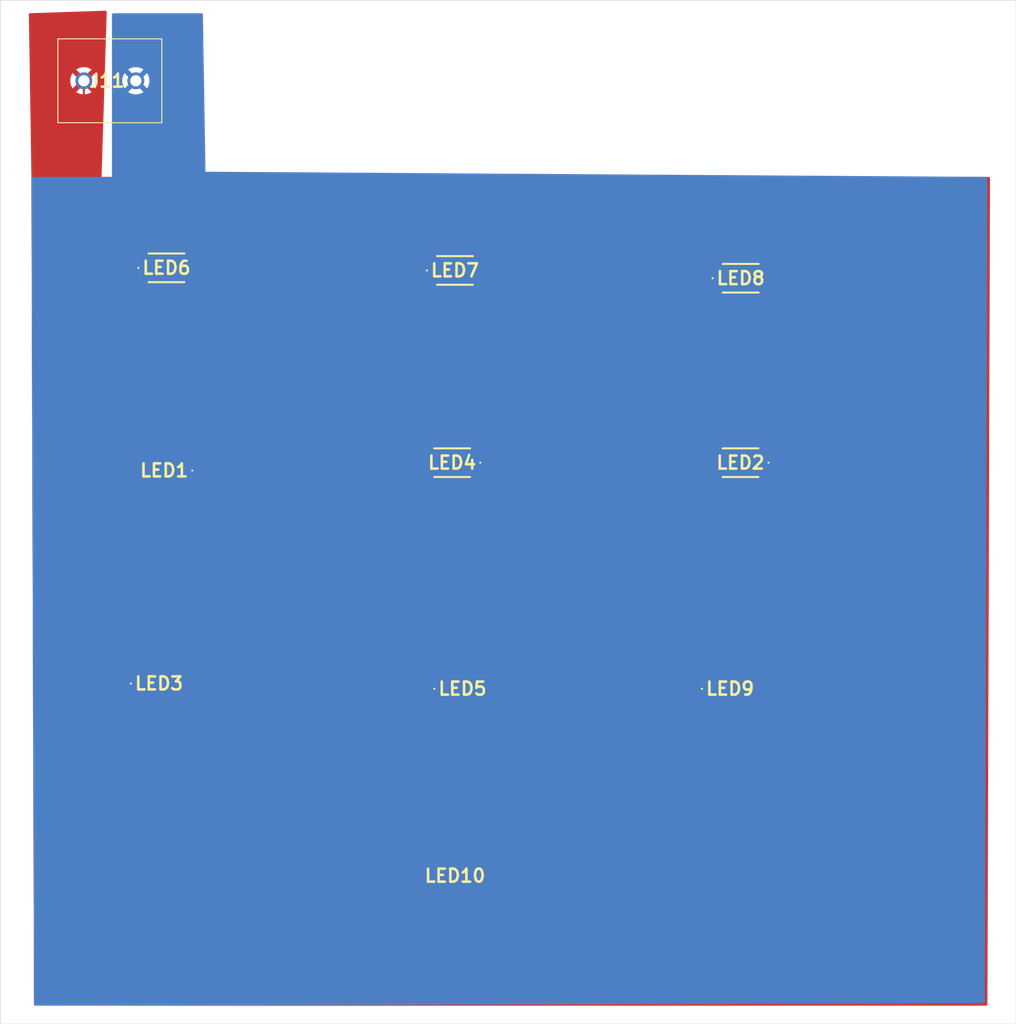
<source format=kicad_pcb>
(kicad_pcb (version 20241229) (generator "pcbnew") (generator_version "9.0")
  (layers (0 "F.Cu" signal) (2 "B.Cu" signal) (13 "F.Paste" user) (15 "B.Paste" user) (5 "F.SilkS" user "F.Silkscreen") (7 "B.SilkS" user "B.Silkscreen") (1 "F.Mask" user) (3 "B.Mask" user) (25 "Edge.Cuts" user))
  (net 0 "")
  (net 1 "LED-")
  (net 2 "LEDS")
  (net 3 "Net-(LED1-A)")
  (net 4 "Net-(LED1-K)")
  (net 5 "Net-(LED2-K)")
  (net 6 "Net-(LED2-A)")
  (net 7 "Net-(LED3-K)")
  (net 8 "Net-(LED5-K)")
  (net 9 "Net-(LED6-K)")
  (net 10 "Net-(LED7-K)")
  (net 11 "Net-(LED10-A)")
  (net 12 "GND")
  (footprint "SamacSys_Parts:2828372" (layer "F.Cu") (at 110.536 58.928)
    (property "Reference" "J11" (at 2.24 0 0) (layer "F.SilkS") (effects (font (size 1.27 1.27) (thickness 0.254))))
    (property "Value" "LED Connector" (hide yes))
    (fp_line (start -2.54 -4.1) (end 7.62 -4.1) (stroke (width 0.1)) (layer "F.SilkS"))
    (fp_line (start -2.54 4.1) (end -2.54 -4.1) (stroke (width 0.1)) (layer "F.SilkS"))
    (fp_line (start 7.62 -4.1) (end 7.62 4.1) (stroke (width 0.1)) (layer "F.SilkS"))
    (fp_line (start 7.62 4.1) (end -2.54 4.1) (stroke (width 0.1)) (layer "F.SilkS"))
    (pad "1" thru_hole circle (at 0 0) (size 1.65 1.65) (drill 1.1) (layers "*.Cu" "*.Mask") (net 2 "LEDS"))
    (pad "2" thru_hole circle (at 5.08 0) (size 1.65 1.65) (drill 1.1) (layers "*.Cu" "*.Mask") (net 1 "LED-"))
  )
  (footprint "SamacSys_Parts:ASMWL300AFH0E" (layer "F.Cu") (at 118.618 77.216 180)
    (property "Reference" "LED6" (at 0 0 0) (layer "F.SilkS") (effects (font (size 1.27 1.27) (thickness 0.254))))
    (property "Value" "ASMW-LD00-AGJ0E" (hide yes))
    (fp_line (start 2.8 0) (end 2.8 0) (stroke (width 0.1)) (layer "F.SilkS"))
    (fp_line (start 2.7 0) (end 2.7 0) (stroke (width 0.1)) (layer "F.SilkS"))
    (fp_line (start -1.75 1.4) (end 1.75 1.4) (stroke (width 0.2)) (layer "F.SilkS"))
    (fp_line (start -1.75 -1.4) (end 1.75 -1.4) (stroke (width 0.2)) (layer "F.SilkS"))
    (fp_arc (start 2.8 0) (mid 2.75 0.05) (end 2.7 0) (stroke (width 0.1)) (layer "F.SilkS"))
    (fp_arc (start 2.7 0) (mid 2.75 -0.05) (end 2.8 0) (stroke (width 0.1)) (layer "F.SilkS"))
    (pad "1" smd rect (at 1.54 0 180) (size 1.42 2.1) (layers "F.Cu" "F.Mask" "F.Paste") (net 2 "LEDS"))
    (pad "2" smd rect (at -1.005 0 270) (size 2.1 2.49) (layers "F.Cu" "F.Mask" "F.Paste") (net 9 "Net-(LED6-K)"))
  )
  (footprint "SamacSys_Parts:ASMWLL00NKM0E" (layer "F.Cu") (at 146.823 136.652)
    (property "Reference" "LED10" (at 0 0 0) (layer "F.SilkS") (effects (font (size 1.27 1.27) (thickness 0.254))))
    (property "Value" "ASMW-LL00-NKM0E" (hide yes))
    (fp_line (start 2.7 0) (end 2.7 0) (stroke (width 0.1)) (layer "F.SilkS"))
    (fp_line (start 2.8 0) (end 2.8 0) (stroke (width 0.1)) (layer "F.SilkS"))
    (fp_arc (start 2.7 0) (mid 2.75 -0.05) (end 2.8 0) (stroke (width 0.1)) (layer "F.SilkS"))
    (fp_arc (start 2.8 0) (mid 2.75 0.05) (end 2.7 0) (stroke (width 0.1)) (layer "F.SilkS"))
    (pad "1" smd rect (at 1.005 0 90) (size 2.1 2.49) (layers "F.Cu" "F.Mask" "F.Paste") (net 11 "Net-(LED10-A)"))
    (pad "2" smd rect (at -1.54 0) (size 1.42 2.1) (layers "F.Cu" "F.Mask" "F.Paste") (net 12 "GND"))
  )
  (footprint "SamacSys_Parts:ASMWL300AFH0E" (layer "F.Cu") (at 146.542 96.266)
    (property "Reference" "LED4" (at 0 0 0) (layer "F.SilkS") (effects (font (size 1.27 1.27) (thickness 0.254))))
    (property "Value" "ASMW-LD00-AGJ0E" (hide yes))
    (fp_line (start -1.75 -1.4) (end 1.75 -1.4) (stroke (width 0.2)) (layer "F.SilkS"))
    (fp_line (start -1.75 1.4) (end 1.75 1.4) (stroke (width 0.2)) (layer "F.SilkS"))
    (fp_line (start 2.7 0) (end 2.7 0) (stroke (width 0.1)) (layer "F.SilkS"))
    (fp_line (start 2.8 0) (end 2.8 0) (stroke (width 0.1)) (layer "F.SilkS"))
    (fp_arc (start 2.7 0) (mid 2.75 -0.05) (end 2.8 0) (stroke (width 0.1)) (layer "F.SilkS"))
    (fp_arc (start 2.8 0) (mid 2.75 0.05) (end 2.7 0) (stroke (width 0.1)) (layer "F.SilkS"))
    (pad "1" smd rect (at 1.54 0) (size 1.42 2.1) (layers "F.Cu" "F.Mask" "F.Paste") (net 5 "Net-(LED2-K)"))
    (pad "2" smd rect (at -1.005 0 90) (size 2.1 2.49) (layers "F.Cu" "F.Mask" "F.Paste") (net 3 "Net-(LED1-A)"))
  )
  (footprint "SamacSys_Parts:ASMWLL00NKM0E" (layer "F.Cu") (at 118.391 97.028)
    (property "Reference" "LED1" (at 0 0 0) (layer "F.SilkS") (effects (font (size 1.27 1.27) (thickness 0.254))))
    (property "Value" "ASMW-LL00-NKM0E" (hide yes))
    (fp_line (start 2.7 0) (end 2.7 0) (stroke (width 0.1)) (layer "F.SilkS"))
    (fp_line (start 2.8 0) (end 2.8 0) (stroke (width 0.1)) (layer "F.SilkS"))
    (fp_arc (start 2.7 0) (mid 2.75 -0.05) (end 2.8 0) (stroke (width 0.1)) (layer "F.SilkS"))
    (fp_arc (start 2.8 0) (mid 2.75 0.05) (end 2.7 0) (stroke (width 0.1)) (layer "F.SilkS"))
    (pad "1" smd rect (at 1.005 0 90) (size 2.1 2.49) (layers "F.Cu" "F.Mask" "F.Paste") (net 3 "Net-(LED1-A)"))
    (pad "2" smd rect (at -1.54 0) (size 1.42 2.1) (layers "F.Cu" "F.Mask" "F.Paste") (net 4 "Net-(LED1-K)"))
  )
  (footprint "SamacSys_Parts:ASMWL300AFH0E" (layer "F.Cu") (at 146.823 77.47 180)
    (property "Reference" "LED7" (at 0 0 0) (layer "F.SilkS") (effects (font (size 1.27 1.27) (thickness 0.254))))
    (property "Value" "ASMW-LD00-AGJ0E" (hide yes))
    (fp_line (start 2.8 0) (end 2.8 0) (stroke (width 0.1)) (layer "F.SilkS"))
    (fp_line (start 2.7 0) (end 2.7 0) (stroke (width 0.1)) (layer "F.SilkS"))
    (fp_line (start -1.75 1.4) (end 1.75 1.4) (stroke (width 0.2)) (layer "F.SilkS"))
    (fp_line (start -1.75 -1.4) (end 1.75 -1.4) (stroke (width 0.2)) (layer "F.SilkS"))
    (fp_arc (start 2.8 0) (mid 2.75 0.05) (end 2.7 0) (stroke (width 0.1)) (layer "F.SilkS"))
    (fp_arc (start 2.7 0) (mid 2.75 -0.05) (end 2.8 0) (stroke (width 0.1)) (layer "F.SilkS"))
    (pad "1" smd rect (at 1.54 0 180) (size 1.42 2.1) (layers "F.Cu" "F.Mask" "F.Paste") (net 9 "Net-(LED6-K)"))
    (pad "2" smd rect (at -1.005 0 270) (size 2.1 2.49) (layers "F.Cu" "F.Mask" "F.Paste") (net 10 "Net-(LED7-K)"))
  )
  (footprint "SamacSys_Parts:ASMWLL00NKM0E" (layer "F.Cu") (at 147.558 118.364 180)
    (property "Reference" "LED5" (at 0 0 0) (layer "F.SilkS") (effects (font (size 1.27 1.27) (thickness 0.254))))
    (property "Value" "ASMW-LL00-NKM0E" (hide yes))
    (fp_line (start 2.8 0) (end 2.8 0) (stroke (width 0.1)) (layer "F.SilkS"))
    (fp_line (start 2.7 0) (end 2.7 0) (stroke (width 0.1)) (layer "F.SilkS"))
    (fp_arc (start 2.8 0) (mid 2.75 0.05) (end 2.7 0) (stroke (width 0.1)) (layer "F.SilkS"))
    (fp_arc (start 2.7 0) (mid 2.75 -0.05) (end 2.8 0) (stroke (width 0.1)) (layer "F.SilkS"))
    (pad "1" smd rect (at 1.005 0 270) (size 2.1 2.49) (layers "F.Cu" "F.Mask" "F.Paste") (net 7 "Net-(LED3-K)"))
    (pad "2" smd rect (at -1.54 0 180) (size 1.42 2.1) (layers "F.Cu" "F.Mask" "F.Paste") (net 8 "Net-(LED5-K)"))
  )
  (footprint "SamacSys_Parts:ASMWLL00NKM0E" (layer "F.Cu") (at 173.72 118.364 180)
    (property "Reference" "LED9" (at 0 0 0) (layer "F.SilkS") (effects (font (size 1.27 1.27) (thickness 0.254))))
    (property "Value" "ASMW-LL00-NKM0E" (hide yes))
    (fp_line (start 2.8 0) (end 2.8 0) (stroke (width 0.1)) (layer "F.SilkS"))
    (fp_line (start 2.7 0) (end 2.7 0) (stroke (width 0.1)) (layer "F.SilkS"))
    (fp_arc (start 2.8 0) (mid 2.75 0.05) (end 2.7 0) (stroke (width 0.1)) (layer "F.SilkS"))
    (fp_arc (start 2.7 0) (mid 2.75 -0.05) (end 2.8 0) (stroke (width 0.1)) (layer "F.SilkS"))
    (pad "1" smd rect (at 1.005 0 270) (size 2.1 2.49) (layers "F.Cu" "F.Mask" "F.Paste") (net 8 "Net-(LED5-K)"))
    (pad "2" smd rect (at -1.54 0 180) (size 1.42 2.1) (layers "F.Cu" "F.Mask" "F.Paste") (net 11 "Net-(LED10-A)"))
  )
  (footprint "SamacSys_Parts:ASMWLL00NKM0E" (layer "F.Cu") (at 117.883 117.856 180)
    (property "Reference" "LED3" (at 0 0 0) (layer "F.SilkS") (effects (font (size 1.27 1.27) (thickness 0.254))))
    (property "Value" "ASMW-LL00-NKM0E" (hide yes))
    (fp_line (start 2.8 0) (end 2.8 0) (stroke (width 0.1)) (layer "F.SilkS"))
    (fp_line (start 2.7 0) (end 2.7 0) (stroke (width 0.1)) (layer "F.SilkS"))
    (fp_arc (start 2.8 0) (mid 2.75 0.05) (end 2.7 0) (stroke (width 0.1)) (layer "F.SilkS"))
    (fp_arc (start 2.7 0) (mid 2.75 -0.05) (end 2.8 0) (stroke (width 0.1)) (layer "F.SilkS"))
    (pad "1" smd rect (at 1.005 0 270) (size 2.1 2.49) (layers "F.Cu" "F.Mask" "F.Paste") (net 4 "Net-(LED1-K)"))
    (pad "2" smd rect (at -1.54 0 180) (size 1.42 2.1) (layers "F.Cu" "F.Mask" "F.Paste") (net 7 "Net-(LED3-K)"))
  )
  (footprint "SamacSys_Parts:ASMWL300AFH0E" (layer "F.Cu") (at 174.757 78.232 180)
    (property "Reference" "LED8" (at 0 0 0) (layer "F.SilkS") (effects (font (size 1.27 1.27) (thickness 0.254))))
    (property "Value" "ASMW-LD00-AGJ0E" (hide yes))
    (fp_line (start 2.8 0) (end 2.8 0) (stroke (width 0.1)) (layer "F.SilkS"))
    (fp_line (start 2.7 0) (end 2.7 0) (stroke (width 0.1)) (layer "F.SilkS"))
    (fp_line (start -1.75 1.4) (end 1.75 1.4) (stroke (width 0.2)) (layer "F.SilkS"))
    (fp_line (start -1.75 -1.4) (end 1.75 -1.4) (stroke (width 0.2)) (layer "F.SilkS"))
    (fp_arc (start 2.8 0) (mid 2.75 0.05) (end 2.7 0) (stroke (width 0.1)) (layer "F.SilkS"))
    (fp_arc (start 2.7 0) (mid 2.75 -0.05) (end 2.8 0) (stroke (width 0.1)) (layer "F.SilkS"))
    (pad "1" smd rect (at 1.54 0 180) (size 1.42 2.1) (layers "F.Cu" "F.Mask" "F.Paste") (net 10 "Net-(LED7-K)"))
    (pad "2" smd rect (at -1.005 0 270) (size 2.1 2.49) (layers "F.Cu" "F.Mask" "F.Paste") (net 6 "Net-(LED2-A)"))
  )
  (footprint "SamacSys_Parts:ASMWL300AFH0E" (layer "F.Cu") (at 174.736 96.266)
    (property "Reference" "LED2" (at 0 0 0) (layer "F.SilkS") (effects (font (size 1.27 1.27) (thickness 0.254))))
    (property "Value" "ASMW-LD00-AGJ0E" (hide yes))
    (fp_line (start -1.75 -1.4) (end 1.75 -1.4) (stroke (width 0.2)) (layer "F.SilkS"))
    (fp_line (start -1.75 1.4) (end 1.75 1.4) (stroke (width 0.2)) (layer "F.SilkS"))
    (fp_line (start 2.7 0) (end 2.7 0) (stroke (width 0.1)) (layer "F.SilkS"))
    (fp_line (start 2.8 0) (end 2.8 0) (stroke (width 0.1)) (layer "F.SilkS"))
    (fp_arc (start 2.7 0) (mid 2.75 -0.05) (end 2.8 0) (stroke (width 0.1)) (layer "F.SilkS"))
    (fp_arc (start 2.8 0) (mid 2.75 0.05) (end 2.7 0) (stroke (width 0.1)) (layer "F.SilkS"))
    (pad "1" smd rect (at 1.54 0) (size 1.42 2.1) (layers "F.Cu" "F.Mask" "F.Paste") (net 6 "Net-(LED2-A)"))
    (pad "2" smd rect (at -1.005 0 90) (size 2.1 2.49) (layers "F.Cu" "F.Mask" "F.Paste") (net 5 "Net-(LED2-K)"))
  )
  (gr_rect (start 102.362 51.054) (end 201.676 151.13) (stroke (width 0.05)) (fill no) (layer "Edge.Cuts"))
  (segment (start 110.536 70.674) (end 117.078 77.216) (width 0.2) (layer "F.Cu") (net 2))
  (segment (start 110.536 58.928) (end 110.536 70.674) (width 0.2) (layer "F.Cu") (net 2))
  (segment (start 145.537 96.266) (end 120.158 96.266) (width 0.2) (layer "F.Cu") (net 3))
  (segment (start 120.158 96.266) (end 119.396 97.028) (width 0.2) (layer "F.Cu") (net 3))
  (segment (start 116.851 97.028) (end 116.851 117.829) (width 0.2) (layer "F.Cu") (net 4))
  (segment (start 116.851 117.829) (end 116.878 117.856) (width 0.2) (layer "F.Cu") (net 4))
  (segment (start 175.762 94.494) (end 174.244 96.012) (width 0.2) (layer "F.Cu") (net 5))
  (segment (start 148.098 96.012) (end 147.844 96.266) (width 0.2) (layer "F.Cu") (net 5))
  (segment (start 173.731 96.266) (end 148.082 96.266) (width 0.2) (layer "F.Cu") (net 5))
  (segment (start 175.762 78.232) (end 176.276 78.746) (width 0.2) (layer "F.Cu") (net 6))
  (segment (start 176.276 78.746) (end 176.276 96.266) (width 0.2) (layer "F.Cu") (net 6))
  (segment (start 146.045 117.856) (end 146.553 118.364) (width 0.2) (layer "F.Cu") (net 7))
  (segment (start 146.85 117.856) (end 147.358 118.364) (width 0.2) (layer "F.Cu") (net 7))
  (segment (start 119.423 117.856) (end 146.045 117.856) (width 0.2) (layer "F.Cu") (net 7))
  (segment (start 149.098 118.364) (end 172.715 118.364) (width 0.2) (layer "F.Cu") (net 8))
  (segment (start 119.623 77.216) (end 145.029 77.216) (width 0.2) (layer "F.Cu") (net 9))
  (segment (start 152.13 77.216) (end 152.384 77.47) (width 0.2) (layer "F.Cu") (net 9))
  (segment (start 145.029 77.216) (end 145.283 77.47) (width 0.2) (layer "F.Cu") (net 9))
  (segment (start 172.455 77.47) (end 173.217 78.232) (width 0.2) (layer "F.Cu") (net 10))
  (segment (start 148.59 78.232) (end 173.217 78.232) (width 0.2) (layer "F.Cu") (net 10))
  (segment (start 147.828 77.47) (end 148.59 78.232) (width 0.2) (layer "F.Cu") (net 10))
  (segment (start 175.26 118.704) (end 157.312 136.652) (width 0.2) (layer "F.Cu") (net 11))
  (segment (start 175.26 118.364) (end 175.26 118.704) (width 0.2) (layer "F.Cu") (net 11))
  (segment (start 157.312 136.652) (end 147.828 136.652) (width 0.2) (layer "F.Cu") (net 11))
  (zone (net 2) (net_name "LEDS") (layer "F.Cu") (connect_pads (clearance 0.5)) (min_thickness 0.25) (fill yes (thermal_gap 0.5) (thermal_bridge_width 0.5))
    (polygon (pts (xy 105.41 68.326) (xy 105.664 149.352) (xy 198.882 149.352) (xy 199.136 68.326) (xy 112.268 68.326) (xy 112.776 52.07) (xy 105.156 52.324)))
  )
  (zone (net 1) (net_name "LED-") (layer "B.Cu") (priority 1) (connect_pads (clearance 0.5)) (min_thickness 0.25) (fill yes (thermal_gap 0.5) (thermal_bridge_width 0.5))
    (polygon (pts (xy 105.41 68.326) (xy 105.664 149.352) (xy 198.628 149.098) (xy 198.882 68.326) (xy 122.428 67.818) (xy 122.174 52.324) (xy 113.284 52.324) (xy 113.284 68.326)))
  )
)
</source>
